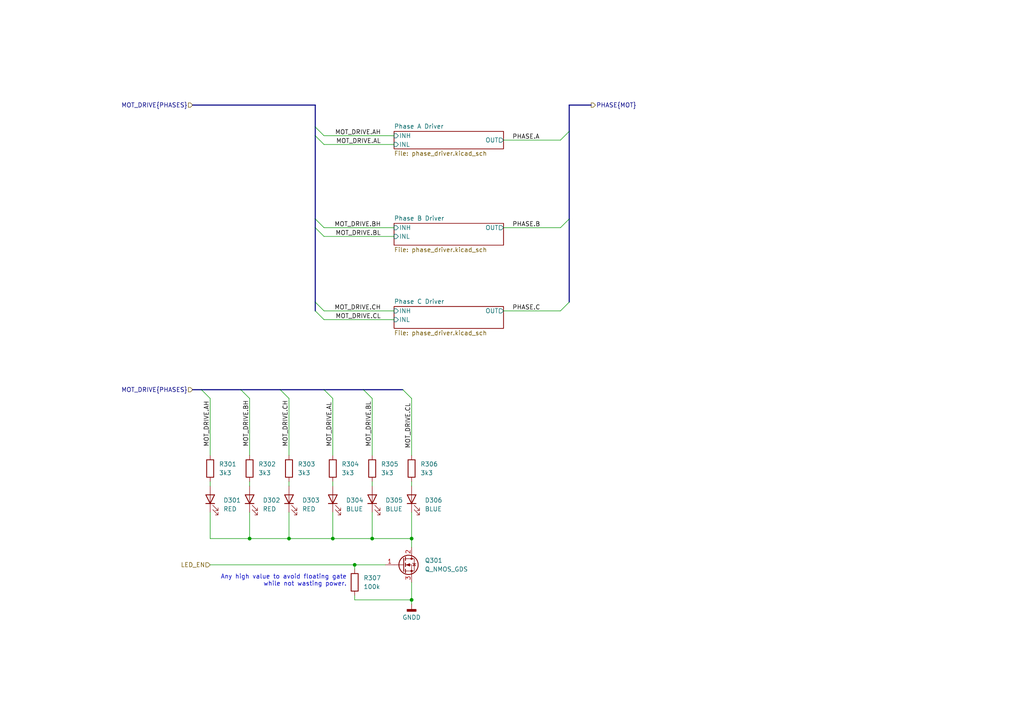
<source format=kicad_sch>
(kicad_sch (version 20231120) (generator "eeschema") (generator_version "8.0")
  (paper "A4")
  (title_block (date "2023-04-05") (rev "0.1") (company "Julien FAUCHER") (comment 1 "Defis solaires 2024"))
  (lib_symbols
    (symbol "Device:LED" (pin_numbers hide) (pin_names (offset 1.016) hide)
      (property "Reference" "D" (at 0 2.54 0))
      (property "Value" "LED" (at 0 -2.54 0))
      (symbol "LED_0_1"
        (polyline (pts (xy -1.27 -1.27) (xy -1.27 1.27)) (stroke (width 0.254)))
        (polyline (pts (xy -1.27 0) (xy 1.27 0)))
        (polyline (pts (xy 1.27 -1.27) (xy 1.27 1.27) (xy -1.27 0) (xy 1.27 -1.27)) (stroke (width 0.254)))
        (polyline (pts (xy -3.048 -0.762) (xy -4.572 -2.286) (xy -3.81 -2.286) (xy -4.572 -2.286) (xy -4.572 -1.524)))
        (polyline (pts (xy -1.778 -0.762) (xy -3.302 -2.286) (xy -2.54 -2.286) (xy -3.302 -2.286) (xy -3.302 -1.524)))
      )
      (symbol "LED_1_1"
        (pin passive line (at -3.81 0 0) (length 2.54) (name "K") (number "1"))
        (pin passive line (at 3.81 0 180) (length 2.54) (name "A") (number "2"))
      )
    )
    (symbol "Device:Q_NMOS_GDS" (pin_names (offset 0) hide)
      (property "Reference" "Q" (at 5.08 1.27 0))
      (property "Value" "Q_NMOS_GDS" (at 5.08 -1.27 0))
      (symbol "Q_NMOS_GDS_0_1"
        (polyline (pts (xy 0.254 0) (xy -2.54 0)))
        (polyline (pts (xy 0.254 1.905) (xy 0.254 -1.905)) (stroke (width 0.254)))
        (polyline (pts (xy 0.762 -1.27) (xy 0.762 -2.286)) (stroke (width 0.254)))
        (polyline (pts (xy 0.762 0.508) (xy 0.762 -0.508)) (stroke (width 0.254)))
        (polyline (pts (xy 0.762 2.286) (xy 0.762 1.27)) (stroke (width 0.254)))
        (polyline (pts (xy 2.54 2.54) (xy 2.54 1.778)))
        (polyline (pts (xy 2.54 -2.54) (xy 2.54 0) (xy 0.762 0)))
        (polyline (pts (xy 0.762 -1.778) (xy 3.302 -1.778) (xy 3.302 1.778) (xy 0.762 1.778)))
        (polyline (pts (xy 1.016 0) (xy 2.032 0.381) (xy 2.032 -0.381) (xy 1.016 0)) (fill (type outline)))
        (polyline (pts (xy 2.794 0.508) (xy 2.921 0.381) (xy 3.683 0.381) (xy 3.81 0.254)))
        (polyline (pts (xy 3.302 0.381) (xy 2.921 -0.254) (xy 3.683 -0.254) (xy 3.302 0.381)))
        (circle (center 1.651 0) (radius 2.794) (stroke (width 0.254)))
        (circle (center 2.54 -1.778) (radius 0.254) (fill (type outline)))
        (circle (center 2.54 1.778) (radius 0.254) (fill (type outline)))
      )
      (symbol "Q_NMOS_GDS_1_1"
        (pin input line (at -5.08 0 0) (length 2.54) (name "G") (number "1"))
        (pin passive line (at 2.54 5.08 270) (length 2.54) (name "D") (number "2"))
        (pin passive line (at 2.54 -5.08 90) (length 2.54) (name "S") (number "3"))
      )
    )
    (symbol "Device:R" (pin_numbers hide) (pin_names (offset 0))
      (property "Reference" "R" (at 2.032 0 90))
      (property "Value" "R" (at 0 0 90))
      (symbol "R_0_1"
        (rectangle (start -1.016 -2.54) (end 1.016 2.54) (stroke (width 0.254)))
      )
      (symbol "R_1_1"
        (pin passive line (at 0 3.81 270) (length 1.27) (name "~") (number "1"))
        (pin passive line (at 0 -3.81 90) (length 1.27) (name "~") (number "2"))
      )
    )
    (symbol "power:GNDD" (power) (pin_names (offset 0))
      (property "Value" "GNDD" (at 0 -3.175 0))
      (symbol "GNDD_0_1"
        (rectangle (start -1.27 -1.524) (end 1.27 -2.032) (stroke (width 0.254)) (fill (type outline)))
        (polyline (pts (xy 0 0) (xy 0 -1.524)))
      )
      (symbol "GNDD_1_1"
        (pin power_in line (at 0 0 270) (length 0) hide (name "GNDD") (number "1"))
      )
    )
  )
  (bus_alias "MOT" (members "A" "B" "C"))
  (bus_alias "PHASES" (members "AH" "AL" "BH" "BL" "CH" "CL"))
  (junction (at 96.52 156.21))
  (junction (at 107.95 156.21))
  (junction (at 119.38 173.99))
  (junction (at 119.38 156.21))
  (junction (at 83.82 156.21))
  (junction (at 102.87 163.83))
  (junction (at 72.39 156.21))
  (bus_entry (at 91.44 39.37) (size 2.54 2.54))
  (bus_entry (at 91.44 36.83) (size 2.54 2.54))
  (bus_entry (at 165.1 38.1) (size -2.54 2.54))
  (bus_entry (at 81.28 113.03) (size 2.54 2.54))
  (bus_entry (at 91.44 66.04) (size 2.54 2.54))
  (bus_entry (at 69.85 113.03) (size 2.54 2.54))
  (bus_entry (at 91.44 87.63) (size 2.54 2.54))
  (bus_entry (at 91.44 90.17) (size 2.54 2.54))
  (bus_entry (at 165.1 87.63) (size -2.54 2.54))
  (bus_entry (at 165.1 63.5) (size -2.54 2.54))
  (bus_entry (at 116.84 113.03) (size 2.54 2.54))
  (bus_entry (at 58.42 113.03) (size 2.54 2.54))
  (bus_entry (at 91.44 63.5) (size 2.54 2.54))
  (bus_entry (at 93.98 113.03) (size 2.54 2.54))
  (bus_entry (at 105.41 113.03) (size 2.54 2.54))
  (wire (pts (xy 83.82 156.21) (xy 96.52 156.21)))
  (wire (pts (xy 96.52 115.57) (xy 96.52 132.08)))
  (wire (pts (xy 60.96 163.83) (xy 102.87 163.83)))
  (bus (pts (xy 91.44 36.83) (xy 91.44 39.37)))
  (wire (pts (xy 146.05 66.04) (xy 162.56 66.04)))
  (wire (pts (xy 107.95 156.21) (xy 119.38 156.21)))
  (wire (pts (xy 96.52 156.21) (xy 107.95 156.21)))
  (wire (pts (xy 107.95 148.59) (xy 107.95 156.21)))
  (wire (pts (xy 119.38 168.91) (xy 119.38 173.99)))
  (wire (pts (xy 119.38 139.7) (xy 119.38 140.97)))
  (bus (pts (xy 81.28 113.03) (xy 93.98 113.03)))
  (wire (pts (xy 102.87 163.83) (xy 102.87 165.1)))
  (wire (pts (xy 93.98 66.04) (xy 114.3 66.04)))
  (bus (pts (xy 171.45 30.48) (xy 165.1 30.48)))
  (wire (pts (xy 146.05 90.17) (xy 162.56 90.17)))
  (wire (pts (xy 93.98 41.91) (xy 114.3 41.91)))
  (wire (pts (xy 107.95 139.7) (xy 107.95 140.97)))
  (bus (pts (xy 69.85 113.03) (xy 81.28 113.03)))
  (bus (pts (xy 91.44 66.04) (xy 91.44 87.63)))
  (bus (pts (xy 105.41 113.03) (xy 116.84 113.03)))
  (wire (pts (xy 72.39 156.21) (xy 83.82 156.21)))
  (wire (pts (xy 93.98 68.58) (xy 114.3 68.58)))
  (wire (pts (xy 72.39 139.7) (xy 72.39 140.97)))
  (wire (pts (xy 119.38 156.21) (xy 119.38 158.75)))
  (bus (pts (xy 91.44 39.37) (xy 91.44 63.5)))
  (wire (pts (xy 60.96 156.21) (xy 72.39 156.21)))
  (bus (pts (xy 165.1 63.5) (xy 165.1 87.63)))
  (wire (pts (xy 60.96 148.59) (xy 60.96 156.21)))
  (wire (pts (xy 72.39 148.59) (xy 72.39 156.21)))
  (wire (pts (xy 60.96 139.7) (xy 60.96 140.97)))
  (wire (pts (xy 96.52 148.59) (xy 96.52 156.21)))
  (wire (pts (xy 102.87 172.72) (xy 102.87 173.99)))
  (bus (pts (xy 91.44 30.48) (xy 91.44 36.83)))
  (bus (pts (xy 165.1 38.1) (xy 165.1 63.5)))
  (bus (pts (xy 165.1 30.48) (xy 165.1 38.1)))
  (bus (pts (xy 91.44 63.5) (xy 91.44 66.04)))
  (wire (pts (xy 72.39 115.57) (xy 72.39 132.08)))
  (wire (pts (xy 107.95 115.57) (xy 107.95 132.08)))
  (wire (pts (xy 146.05 40.64) (xy 162.56 40.64)))
  (wire (pts (xy 93.98 39.37) (xy 114.3 39.37)))
  (wire (pts (xy 119.38 115.57) (xy 119.38 132.08)))
  (wire (pts (xy 83.82 115.57) (xy 83.82 132.08)))
  (wire (pts (xy 83.82 148.59) (xy 83.82 156.21)))
  (wire (pts (xy 96.52 139.7) (xy 96.52 140.97)))
  (wire (pts (xy 83.82 139.7) (xy 83.82 140.97)))
  (bus (pts (xy 55.88 30.48) (xy 91.44 30.48)))
  (wire (pts (xy 93.98 90.17) (xy 114.3 90.17)))
  (bus (pts (xy 93.98 113.03) (xy 105.41 113.03)))
  (wire (pts (xy 119.38 173.99) (xy 119.38 175.26)))
  (bus (pts (xy 55.88 113.03) (xy 58.42 113.03)))
  (bus (pts (xy 91.44 87.63) (xy 91.44 90.17)))
  (wire (pts (xy 60.96 115.57) (xy 60.96 132.08)))
  (wire (pts (xy 102.87 173.99) (xy 119.38 173.99)))
  (wire (pts (xy 119.38 148.59) (xy 119.38 156.21)))
  (wire (pts (xy 93.98 92.71) (xy 114.3 92.71)))
  (bus (pts (xy 58.42 113.03) (xy 69.85 113.03)))
  (wire (pts (xy 111.76 163.83) (xy 102.87 163.83)))
  (text "Any high value to avoid floating gate\nwhile not wasting power." (at 100.584 170.18 0) (effects (font (size 1.27 1.27)) (justify right bottom)))
  (label "MOT_DRIVE.CH" (at 83.82 129.54 90))
  (label "PHASE.B" (at 148.59 66.04 0))
  (label "MOT_DRIVE.CH" (at 110.49 90.17 180))
  (label "MOT_DRIVE.CL" (at 110.49 92.71 180))
  (label "PHASE.A" (at 148.59 40.64 0))
  (label "MOT_DRIVE.BL" (at 110.49 68.58 180))
  (label "MOT_DRIVE.BL" (at 107.95 129.54 90))
  (label "MOT_DRIVE.BH" (at 110.49 66.04 180))
  (label "MOT_DRIVE.CL" (at 119.38 116.84 270))
  (label "MOT_DRIVE.AL" (at 96.52 129.54 90))
  (label "MOT_DRIVE.BH" (at 72.39 129.54 90))
  (label "MOT_DRIVE.AH" (at 60.96 129.54 90))
  (label "MOT_DRIVE.AL" (at 110.49 41.91 180))
  (label "MOT_DRIVE.AH" (at 110.49 39.37 180))
  (label "PHASE.C" (at 148.59 90.17 0))
  (hierarchical_label "LED_EN" (shape input) (at 60.96 163.83 180))
  (hierarchical_label "MOT_DRIVE{PHASES}" (shape input) (at 55.88 30.48 180))
  (hierarchical_label "MOT_DRIVE{PHASES}" (shape input) (at 55.88 113.03 180))
  (hierarchical_label "PHASE{MOT}" (shape output) (at 171.45 30.48 0))
  (symbol (lib_id "Device:LED") (at 83.82 144.78 90) (unit 1)
    (property "Reference" "D303" (at 87.63 145.0974 90) (effects (justify right)))
    (property "Value" "RED" (at 87.63 147.6374 90) (effects (justify right)))
    (property "Description" "Light emitting diode" (effects (hide yes)))
    (instances (project "dsv4" (path "" (reference "D303") (unit 1)) (path "" (reference "D803") (unit 1))))
  )
  (symbol (lib_id "Device:Q_NMOS_GDS") (at 116.84 163.83 0) (unit 1)
    (property "Reference" "Q301" (at 123.19 162.5599 0) (effects (justify left)))
    (property "Value" "Q_NMOS_GDS" (at 123.19 165.0999 0) (effects (justify left)))
    (property "Description" "N-MOSFET transistor, gate/drain/source" (effects (hide yes)))
    (instances (project "dsv4" (path "" (reference "Q301") (unit 1)) (path "" (reference "Q801") (unit 1))))
  )
  (symbol (lib_id "Device:R") (at 60.96 135.89 0) (unit 1)
    (property "Reference" "R301" (at 63.5 134.6199 0) (effects (justify left)))
    (property "Value" "3k3" (at 63.5 137.1599 0) (effects (justify left)))
    (property "Description" "Resistor" (effects (hide yes)))
    (instances (project "dsv4" (path "" (reference "R301") (unit 1)) (path "" (reference "R801") (unit 1))))
  )
  (symbol (lib_id "Device:LED") (at 119.38 144.78 90) (unit 1)
    (property "Reference" "D306" (at 123.19 145.0974 90) (effects (justify right)))
    (property "Value" "BLUE" (at 123.19 147.6374 90) (effects (justify right)))
    (property "Description" "Light emitting diode" (effects (hide yes)))
    (instances (project "dsv4" (path "" (reference "D306") (unit 1)) (path "" (reference "D806") (unit 1))))
  )
  (symbol (lib_id "Device:R") (at 102.87 168.91 0) (unit 1)
    (property "Reference" "R307" (at 105.41 167.6399 0) (effects (justify left)))
    (property "Value" "100k" (at 105.41 170.1799 0) (effects (justify left)))
    (property "Description" "Resistor" (effects (hide yes)))
    (instances (project "dsv4" (path "" (reference "R307") (unit 1)) (path "" (reference "R807") (unit 1))))
  )
  (symbol (lib_id "Device:R") (at 72.39 135.89 0) (unit 1)
    (property "Reference" "R302" (at 74.93 134.6199 0) (effects (justify left)))
    (property "Value" "3k3" (at 74.93 137.1599 0) (effects (justify left)))
    (property "Description" "Resistor" (effects (hide yes)))
    (instances (project "dsv4" (path "" (reference "R302") (unit 1)) (path "" (reference "R802") (unit 1))))
  )
  (symbol (lib_id "Device:LED") (at 60.96 144.78 90) (unit 1)
    (property "Reference" "D301" (at 64.77 145.0974 90) (effects (justify right)))
    (property "Value" "RED" (at 64.77 147.6374 90) (effects (justify right)))
    (property "Description" "Light emitting diode" (effects (hide yes)))
    (instances (project "dsv4" (path "" (reference "D301") (unit 1)) (path "" (reference "D801") (unit 1))))
  )
  (symbol (lib_id "Device:R") (at 96.52 135.89 0) (unit 1)
    (property "Reference" "R304" (at 99.06 134.6199 0) (effects (justify left)))
    (property "Value" "3k3" (at 99.06 137.1599 0) (effects (justify left)))
    (property "Description" "Resistor" (effects (hide yes)))
    (instances (project "dsv4" (path "" (reference "R304") (unit 1)) (path "" (reference "R804") (unit 1))))
  )
  (symbol (lib_id "power:GNDD") (at 119.38 175.26 0) (unit 1)
    (property "Reference" "#PWR0301" (effects (hide yes)))
    (property "Value" "GNDD" (at 119.38 179.07 0))
    (property "Description" "Power symbol creates a global label with name \"GNDD\" , digital ground" (effects (hide yes)))
    (instances (project "dsv4" (path "" (reference "#PWR0301") (unit 1)) (path "" (reference "#PWR0801") (unit 1))))
  )
  (symbol (lib_id "Device:LED") (at 96.52 144.78 90) (unit 1)
    (property "Reference" "D304" (at 100.33 145.0974 90) (effects (justify right)))
    (property "Value" "BLUE" (at 100.33 147.6374 90) (effects (justify right)))
    (property "Description" "Light emitting diode" (effects (hide yes)))
    (instances (project "dsv4" (path "" (reference "D304") (unit 1)) (path "" (reference "D804") (unit 1))))
  )
  (symbol (lib_id "Device:LED") (at 72.39 144.78 90) (unit 1)
    (property "Reference" "D302" (at 76.2 145.0974 90) (effects (justify right)))
    (property "Value" "RED" (at 76.2 147.6374 90) (effects (justify right)))
    (property "Description" "Light emitting diode" (effects (hide yes)))
    (instances (project "dsv4" (path "" (reference "D302") (unit 1)) (path "" (reference "D802") (unit 1))))
  )
  (symbol (lib_id "Device:LED") (at 107.95 144.78 90) (unit 1)
    (property "Reference" "D305" (at 111.76 145.0974 90) (effects (justify right)))
    (property "Value" "BLUE" (at 111.76 147.6374 90) (effects (justify right)))
    (property "Description" "Light emitting diode" (effects (hide yes)))
    (instances (project "dsv4" (path "" (reference "D305") (unit 1)) (path "" (reference "D805") (unit 1))))
  )
  (symbol (lib_id "Device:R") (at 119.38 135.89 0) (unit 1)
    (property "Reference" "R306" (at 121.92 134.6199 0) (effects (justify left)))
    (property "Value" "3k3" (at 121.92 137.1599 0) (effects (justify left)))
    (property "Description" "Resistor" (effects (hide yes)))
    (instances (project "dsv4" (path "" (reference "R306") (unit 1)) (path "" (reference "R806") (unit 1))))
  )
  (symbol (lib_id "Device:R") (at 83.82 135.89 0) (unit 1)
    (property "Reference" "R303" (at 86.36 134.6199 0) (effects (justify left)))
    (property "Value" "3k3" (at 86.36 137.1599 0) (effects (justify left)))
    (property "Description" "Resistor" (effects (hide yes)))
    (instances (project "dsv4" (path "" (reference "R303") (unit 1)) (path "" (reference "R803") (unit 1))))
  )
  (symbol (lib_id "Device:R") (at 107.95 135.89 0) (unit 1)
    (property "Reference" "R305" (at 110.49 134.6199 0) (effects (justify left)))
    (property "Value" "3k3" (at 110.49 137.1599 0) (effects (justify left)))
    (property "Description" "Resistor" (effects (hide yes)))
    (instances (project "dsv4" (path "" (reference "R305") (unit 1)) (path "" (reference "R805") (unit 1))))
  )
  (sheet (at 114.3 64.77) (size 31.75 6.35) (stroke (width 0.1524))
    (property "Sheetname" "Phase B Driver" (at 114.3 64.0584 0) (effects (justify left bottom)))
    (property "Sheetfile" "phase_driver.kicad_sch" (at 114.3 71.7046 0) (effects (justify left top)))
    (pin "OUT" output (at 146.05 66.04 0))
    (pin "INL" input (at 114.3 68.58 180))
    (pin "INH" input (at 114.3 66.04 180))
  )
  (sheet (at 114.3 88.9) (size 31.75 6.35) (stroke (width 0.1524))
    (property "Sheetname" "Phase C Driver" (at 114.3 88.1884 0) (effects (justify left bottom)))
    (property "Sheetfile" "phase_driver.kicad_sch" (at 114.3 95.8346 0) (effects (justify left top)))
    (pin "OUT" output (at 146.05 90.17 0))
    (pin "INL" input (at 114.3 92.71 180))
    (pin "INH" input (at 114.3 90.17 180))
  )
  (sheet (at 114.3 38.1) (size 31.75 5.08) (stroke (width 0.1524))
    (property "Sheetname" "Phase A Driver" (at 114.3 37.3884 0) (effects (justify left bottom)))
    (property "Sheetfile" "phase_driver.kicad_sch" (at 114.3 43.7646 0) (effects (justify left top)))
    (pin "OUT" output (at 146.05 40.64 0))
    (pin "INL" input (at 114.3 41.91 180))
    (pin "INH" input (at 114.3 39.37 180))
  )
)
</source>
